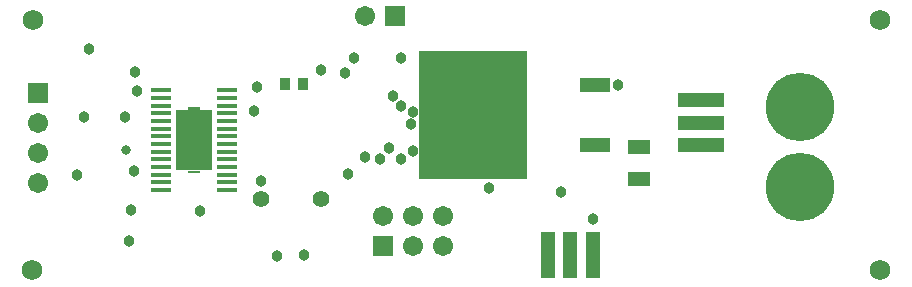
<source format=gbs>
G04 Layer_Color=16711935*
%FSLAX25Y25*%
%MOIN*%
G70*
G01*
G75*
%ADD31R,0.06600X0.01400*%
%ADD32R,0.12205X0.20394*%
%ADD41R,0.07493X0.05131*%
%ADD43R,0.03556X0.04343*%
%ADD48C,0.06800*%
%ADD49C,0.22800*%
%ADD50C,0.06706*%
%ADD51R,0.06706X0.06706*%
%ADD52C,0.05524*%
%ADD53R,0.06706X0.06706*%
%ADD54R,0.15367X0.04737*%
%ADD55R,0.04737X0.15367*%
%ADD56C,0.03800*%
%ADD57C,0.03300*%
%ADD58R,0.10249X0.04934*%
%ADD59R,0.35839X0.42729*%
G36*
X356470Y161882D02*
X352730D01*
Y162669D01*
X356470D01*
Y161882D01*
D02*
G37*
G36*
Y183063D02*
X352730D01*
Y183850D01*
X356470D01*
Y183063D01*
D02*
G37*
D31*
X343500Y156232D02*
D03*
Y158791D02*
D03*
Y161350D02*
D03*
Y163909D02*
D03*
Y166468D02*
D03*
Y169027D02*
D03*
Y171586D02*
D03*
Y174145D02*
D03*
Y176705D02*
D03*
Y179264D02*
D03*
Y181823D02*
D03*
Y184382D02*
D03*
Y186941D02*
D03*
Y189500D02*
D03*
X365700D02*
D03*
Y186941D02*
D03*
Y184382D02*
D03*
Y181823D02*
D03*
Y179264D02*
D03*
Y176705D02*
D03*
Y174145D02*
D03*
Y171586D02*
D03*
Y169027D02*
D03*
Y166468D02*
D03*
Y163909D02*
D03*
Y161350D02*
D03*
Y158791D02*
D03*
Y156232D02*
D03*
D32*
X354600Y172866D02*
D03*
D41*
X503000Y170438D02*
D03*
Y159808D02*
D03*
D43*
X390953Y191623D02*
D03*
X385047D02*
D03*
D48*
X300600Y129600D02*
D03*
X583300D02*
D03*
X300800Y212900D02*
D03*
X583200Y212800D02*
D03*
D49*
X556500Y183800D02*
D03*
Y157300D02*
D03*
D50*
X411500Y214123D02*
D03*
X437500Y147623D02*
D03*
Y137623D02*
D03*
X427500Y147623D02*
D03*
Y137623D02*
D03*
X417500Y147623D02*
D03*
X302500Y178623D02*
D03*
Y168623D02*
D03*
Y158623D02*
D03*
D51*
X421500Y214123D02*
D03*
X417500Y137623D02*
D03*
D52*
X397000Y153123D02*
D03*
X377000D02*
D03*
D53*
X302500Y188623D02*
D03*
D54*
X523500Y186123D02*
D03*
Y171123D02*
D03*
Y178623D02*
D03*
D55*
X480000Y134623D02*
D03*
X472500D02*
D03*
X487500D02*
D03*
D56*
X496100Y191200D02*
D03*
X396900Y196200D02*
D03*
X391200Y134500D02*
D03*
X382300Y134400D02*
D03*
X406000Y161623D02*
D03*
X419500Y170123D02*
D03*
X416500Y166623D02*
D03*
X411500Y167123D02*
D03*
X375500Y190623D02*
D03*
X427500Y182123D02*
D03*
X423500Y184123D02*
D03*
X427000Y178123D02*
D03*
X423575Y166623D02*
D03*
X427500Y169123D02*
D03*
X377000Y159123D02*
D03*
X374500Y182623D02*
D03*
X421000Y187623D02*
D03*
X423575Y200198D02*
D03*
X408000Y200123D02*
D03*
X333000Y139123D02*
D03*
X333500Y149623D02*
D03*
X315500Y161123D02*
D03*
X477000Y155500D02*
D03*
X319500Y203123D02*
D03*
X318000Y180623D02*
D03*
X356500Y149123D02*
D03*
X405000Y195123D02*
D03*
X331500Y180500D02*
D03*
X334500Y162500D02*
D03*
X334900Y195500D02*
D03*
X335500Y189300D02*
D03*
X453000Y156800D02*
D03*
X487600Y146500D02*
D03*
D57*
X331900Y169500D02*
D03*
D58*
X488272Y191123D02*
D03*
Y171123D02*
D03*
D59*
X447524Y181123D02*
D03*
M02*

</source>
